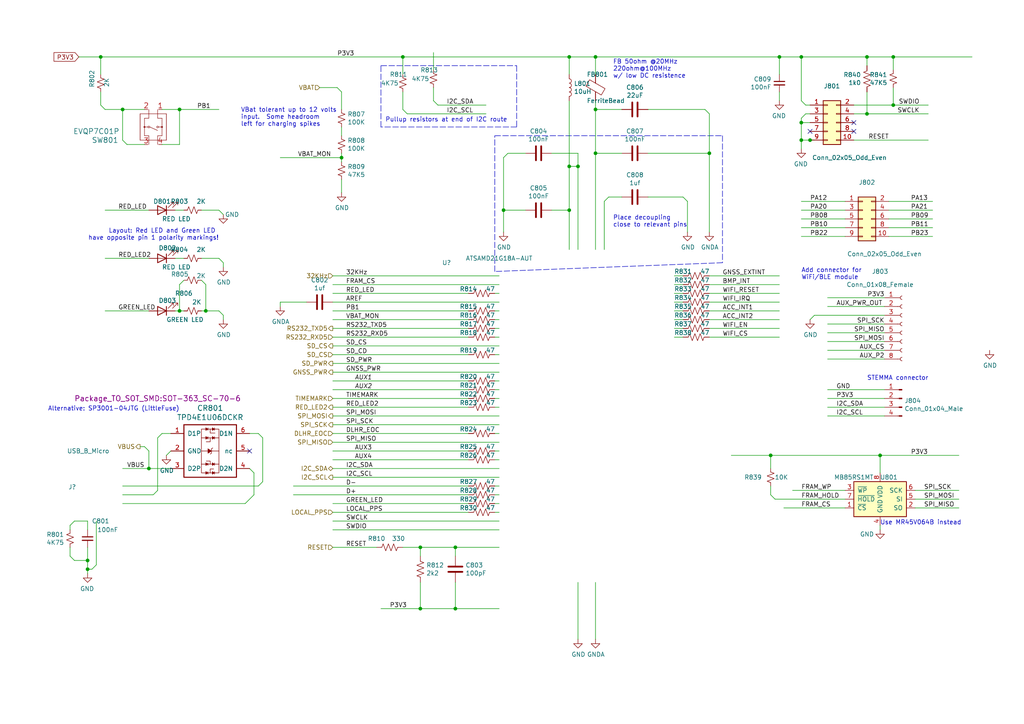
<source format=kicad_sch>
(kicad_sch (version 20211123) (generator eeschema)
  (paper "A4")
  (junction (at 165.1 16.51))
  (junction (at 172.72 44.45))
  (junction (at 226.06 16.51))
  (junction (at 52.07 90.17))
  (junction (at 121.92 158.75))
  (junction (at 255.27 132.08))
  (junction (at 259.08 16.51))
  (junction (at 232.41 40.64))
  (junction (at 132.08 158.75))
  (junction (at 99.06 45.72))
  (junction (at 25.4 162.56))
  (junction (at 172.72 16.51))
  (junction (at 167.64 48.26))
  (junction (at 59.69 90.17))
  (junction (at 52.07 31.75))
  (junction (at 165.1 60.96))
  (junction (at 232.41 16.51))
  (junction (at 43.18 135.89))
  (junction (at 146.05 60.96))
  (junction (at 132.08 176.53))
  (junction (at 251.46 33.02))
  (junction (at 205.74 44.45))
  (junction (at 35.56 31.75))
  (junction (at 232.41 35.56))
  (junction (at 116.84 16.51))
  (junction (at 251.46 16.51))
  (junction (at 121.92 176.53))
  (junction (at 25.4 165.1))
  (junction (at 172.72 31.75))
  (junction (at 29.21 16.51))
  (junction (at 165.1 48.26))
  (junction (at 259.08 30.48))
  (junction (at 223.52 132.08))
  (junction (at 234.95 40.64))
  (no_connect (at 72.39 130.81))
  (no_connect (at 247.65 38.1))
  (no_connect (at 234.95 38.1))
  (no_connect (at 247.65 35.56))
  (wire (pts (xy 30.48 90.17) (xy 43.18 90.17)))
  (wire (pts (xy 251.46 33.02) (xy 247.65 33.02)))
  (wire (pts (xy 247.65 40.64) (xy 269.24 40.64)))
  (wire (pts (xy 96.52 153.67) (xy 144.78 153.67)))
  (wire (pts (xy 58.42 90.17) (xy 59.69 90.17)))
  (wire (pts (xy 121.92 161.29) (xy 121.92 158.75)))
  (wire (pts (xy 233.68 33.02) (xy 232.41 34.29)))
  (wire (pts (xy 118.11 33.02) (xy 140.97 33.02)))
  (wire (pts (xy 52.07 41.91) (xy 46.99 41.91)))
  (wire (pts (xy 257.81 66.04) (xy 270.51 66.04)))
  (wire (pts (xy 257.81 68.58) (xy 270.51 68.58)))
  (wire (pts (xy 172.72 31.75) (xy 180.34 31.75)))
  (wire (pts (xy 251.46 16.51) (xy 259.08 16.51)))
  (wire (pts (xy 175.26 72.39) (xy 175.26 58.42)))
  (wire (pts (xy 205.74 80.01) (xy 226.06 80.01)))
  (wire (pts (xy 234.95 33.02) (xy 233.68 33.02)))
  (wire (pts (xy 144.78 85.09) (xy 143.51 85.09)))
  (wire (pts (xy 73.66 137.16) (xy 73.66 143.51)))
  (wire (pts (xy 96.52 146.05) (xy 135.89 146.05)))
  (wire (pts (xy 245.11 60.96) (xy 232.41 60.96)))
  (wire (pts (xy 232.41 40.64) (xy 232.41 43.18)))
  (wire (pts (xy 81.28 87.63) (xy 81.28 88.9)))
  (wire (pts (xy 43.18 135.89) (xy 35.56 135.89)))
  (wire (pts (xy 227.33 147.32) (xy 245.11 147.32)))
  (wire (pts (xy 176.53 57.15) (xy 180.34 57.15)))
  (wire (pts (xy 52.07 90.17) (xy 52.07 82.55)))
  (wire (pts (xy 26.67 165.1) (xy 25.4 165.1)))
  (wire (pts (xy 135.89 92.71) (xy 96.52 92.71)))
  (wire (pts (xy 41.91 31.75) (xy 35.56 31.75)))
  (wire (pts (xy 52.07 82.55) (xy 53.34 81.28)))
  (wire (pts (xy 135.89 118.11) (xy 96.52 118.11)))
  (wire (pts (xy 257.81 58.42) (xy 270.51 58.42)))
  (polyline (pts (xy 143.51 78.74) (xy 143.51 39.37)))
  (wire (pts (xy 143.51 143.51) (xy 144.78 143.51)))
  (wire (pts (xy 205.74 97.79) (xy 226.06 97.79)))
  (wire (pts (xy 144.78 80.01) (xy 96.52 80.01)))
  (wire (pts (xy 144.78 105.41) (xy 96.52 105.41)))
  (wire (pts (xy 52.07 90.17) (xy 53.34 90.17)))
  (wire (pts (xy 245.11 142.24) (xy 229.87 142.24)))
  (wire (pts (xy 40.64 129.54) (xy 41.91 129.54)))
  (wire (pts (xy 132.08 161.29) (xy 132.08 158.75)))
  (wire (pts (xy 135.89 110.49) (xy 96.52 110.49)))
  (wire (pts (xy 135.89 85.09) (xy 96.52 85.09)))
  (wire (pts (xy 45.72 142.24) (xy 45.72 127)))
  (wire (pts (xy 116.84 31.75) (xy 118.11 33.02)))
  (wire (pts (xy 265.43 144.78) (xy 278.13 144.78)))
  (wire (pts (xy 232.41 29.21) (xy 232.41 16.51)))
  (wire (pts (xy 199.39 58.42) (xy 199.39 67.31)))
  (wire (pts (xy 25.4 151.13) (xy 25.4 153.67)))
  (wire (pts (xy 44.45 143.51) (xy 45.72 142.24)))
  (wire (pts (xy 255.27 132.08) (xy 278.13 132.08)))
  (wire (pts (xy 52.07 41.91) (xy 52.07 31.75)))
  (wire (pts (xy 125.73 29.21) (xy 127 30.48)))
  (wire (pts (xy 116.84 26.67) (xy 116.84 31.75)))
  (wire (pts (xy 121.92 158.75) (xy 116.84 158.75)))
  (wire (pts (xy 144.78 158.75) (xy 132.08 158.75)))
  (wire (pts (xy 20.32 158.75) (xy 20.32 161.29)))
  (wire (pts (xy 195.58 80.01) (xy 198.12 80.01)))
  (wire (pts (xy 110.49 176.53) (xy 121.92 176.53)))
  (wire (pts (xy 29.21 21.59) (xy 29.21 16.51)))
  (wire (pts (xy 256.54 118.11) (xy 240.03 118.11)))
  (wire (pts (xy 146.05 67.31) (xy 146.05 60.96)))
  (wire (pts (xy 265.43 142.24) (xy 278.13 142.24)))
  (wire (pts (xy 135.89 97.79) (xy 96.52 97.79)))
  (wire (pts (xy 160.02 44.45) (xy 167.64 44.45)))
  (wire (pts (xy 45.72 127) (xy 46.99 125.73)))
  (wire (pts (xy 46.99 125.73) (xy 49.53 125.73)))
  (wire (pts (xy 96.52 102.87) (xy 135.89 102.87)))
  (polyline (pts (xy 209.55 76.2) (xy 143.51 78.74)))
  (wire (pts (xy 144.78 140.97) (xy 143.51 140.97)))
  (wire (pts (xy 146.05 45.72) (xy 147.32 44.45)))
  (wire (pts (xy 99.06 36.83) (xy 99.06 39.37)))
  (wire (pts (xy 240.03 96.52) (xy 256.54 96.52)))
  (wire (pts (xy 96.52 151.13) (xy 144.78 151.13)))
  (wire (pts (xy 240.03 86.36) (xy 256.54 86.36)))
  (wire (pts (xy 144.78 148.59) (xy 143.51 148.59)))
  (wire (pts (xy 116.84 21.59) (xy 116.84 16.51)))
  (wire (pts (xy 135.89 115.57) (xy 96.52 115.57)))
  (wire (pts (xy 165.1 16.51) (xy 172.72 16.51)))
  (wire (pts (xy 43.18 130.81) (xy 43.18 135.89)))
  (wire (pts (xy 25.4 158.75) (xy 25.4 162.56)))
  (wire (pts (xy 50.8 74.93) (xy 53.34 74.93)))
  (wire (pts (xy 223.52 135.89) (xy 223.52 132.08)))
  (wire (pts (xy 144.78 130.81) (xy 143.51 130.81)))
  (wire (pts (xy 99.06 26.67) (xy 99.06 31.75)))
  (wire (pts (xy 172.72 44.45) (xy 180.34 44.45)))
  (wire (pts (xy 135.89 90.17) (xy 96.52 90.17)))
  (wire (pts (xy 256.54 115.57) (xy 240.03 115.57)))
  (wire (pts (xy 146.05 60.96) (xy 152.4 60.96)))
  (wire (pts (xy 198.12 57.15) (xy 199.39 58.42)))
  (wire (pts (xy 27.94 163.83) (xy 26.67 165.1)))
  (wire (pts (xy 195.58 82.55) (xy 198.12 82.55)))
  (wire (pts (xy 205.74 33.02) (xy 205.74 44.45)))
  (wire (pts (xy 144.78 90.17) (xy 143.51 90.17)))
  (wire (pts (xy 135.89 148.59) (xy 96.52 148.59)))
  (wire (pts (xy 27.94 151.13) (xy 27.94 163.83)))
  (wire (pts (xy 224.79 144.78) (xy 223.52 143.51)))
  (wire (pts (xy 232.41 16.51) (xy 251.46 16.51)))
  (wire (pts (xy 167.64 72.39) (xy 167.64 48.26)))
  (wire (pts (xy 165.1 60.96) (xy 165.1 48.26)))
  (wire (pts (xy 59.69 90.17) (xy 59.69 82.55)))
  (wire (pts (xy 58.42 60.96) (xy 63.5 60.96)))
  (wire (pts (xy 240.03 93.98) (xy 256.54 93.98)))
  (wire (pts (xy 63.5 90.17) (xy 59.69 90.17)))
  (wire (pts (xy 175.26 58.42) (xy 176.53 57.15)))
  (wire (pts (xy 121.92 176.53) (xy 132.08 176.53)))
  (wire (pts (xy 265.43 147.32) (xy 278.13 147.32)))
  (wire (pts (xy 205.74 44.45) (xy 205.74 67.31)))
  (wire (pts (xy 245.11 63.5) (xy 232.41 63.5)))
  (wire (pts (xy 63.5 74.93) (xy 58.42 74.93)))
  (wire (pts (xy 135.89 130.81) (xy 96.52 130.81)))
  (wire (pts (xy 71.12 146.05) (xy 73.66 143.51)))
  (wire (pts (xy 22.86 16.51) (xy 29.21 16.51)))
  (wire (pts (xy 144.78 107.95) (xy 96.52 107.95)))
  (wire (pts (xy 43.18 74.93) (xy 30.48 74.93)))
  (wire (pts (xy 226.06 21.59) (xy 226.06 16.51)))
  (wire (pts (xy 96.52 87.63) (xy 144.78 87.63)))
  (wire (pts (xy 21.59 162.56) (xy 25.4 162.56)))
  (wire (pts (xy 255.27 152.4) (xy 255.27 153.67)))
  (wire (pts (xy 195.58 92.71) (xy 198.12 92.71)))
  (wire (pts (xy 165.1 48.26) (xy 165.1 29.21)))
  (wire (pts (xy 97.79 25.4) (xy 99.06 26.67)))
  (wire (pts (xy 135.89 125.73) (xy 96.52 125.73)))
  (wire (pts (xy 165.1 72.39) (xy 165.1 60.96)))
  (wire (pts (xy 245.11 66.04) (xy 232.41 66.04)))
  (wire (pts (xy 251.46 26.67) (xy 251.46 33.02)))
  (wire (pts (xy 224.79 144.78) (xy 245.11 144.78)))
  (polyline (pts (xy 110.49 36.83) (xy 110.49 19.05)))
  (wire (pts (xy 187.96 31.75) (xy 204.47 31.75)))
  (wire (pts (xy 234.95 40.64) (xy 232.41 40.64)))
  (wire (pts (xy 172.72 168.91) (xy 172.72 185.42)))
  (wire (pts (xy 25.4 165.1) (xy 25.4 166.37)))
  (wire (pts (xy 72.39 135.89) (xy 73.66 137.16)))
  (wire (pts (xy 245.11 68.58) (xy 232.41 68.58)))
  (wire (pts (xy 125.73 25.4) (xy 125.73 29.21)))
  (wire (pts (xy 116.84 16.51) (xy 165.1 16.51)))
  (wire (pts (xy 74.93 140.97) (xy 76.2 139.7)))
  (wire (pts (xy 144.78 120.65) (xy 96.52 120.65)))
  (wire (pts (xy 74.93 125.73) (xy 72.39 125.73)))
  (wire (pts (xy 234.95 30.48) (xy 233.68 30.48)))
  (wire (pts (xy 81.28 87.63) (xy 88.9 87.63)))
  (wire (pts (xy 132.08 176.53) (xy 132.08 168.91)))
  (wire (pts (xy 20.32 161.29) (xy 21.59 162.56)))
  (wire (pts (xy 30.48 31.75) (xy 35.56 31.75)))
  (wire (pts (xy 223.52 143.51) (xy 223.52 140.97)))
  (wire (pts (xy 144.78 128.27) (xy 96.52 128.27)))
  (polyline (pts (xy 209.55 39.37) (xy 209.55 76.2)))
  (wire (pts (xy 135.89 113.03) (xy 96.52 113.03)))
  (wire (pts (xy 245.11 58.42) (xy 232.41 58.42)))
  (wire (pts (xy 240.03 104.14) (xy 256.54 104.14)))
  (wire (pts (xy 240.03 88.9) (xy 256.54 88.9)))
  (wire (pts (xy 121.92 168.91) (xy 121.92 176.53)))
  (wire (pts (xy 259.08 30.48) (xy 247.65 30.48)))
  (wire (pts (xy 20.32 152.4) (xy 21.59 151.13)))
  (wire (pts (xy 92.71 25.4) (xy 97.79 25.4)))
  (polyline (pts (xy 110.49 19.05) (xy 149.86 19.05)))
  (wire (pts (xy 256.54 120.65) (xy 240.03 120.65)))
  (wire (pts (xy 257.81 63.5) (xy 270.51 63.5)))
  (wire (pts (xy 160.02 60.96) (xy 165.1 60.96)))
  (wire (pts (xy 165.1 21.59) (xy 165.1 16.51)))
  (wire (pts (xy 64.77 76.2) (xy 64.77 77.47)))
  (wire (pts (xy 63.5 90.17) (xy 64.77 91.44)))
  (wire (pts (xy 35.56 143.51) (xy 44.45 143.51)))
  (wire (pts (xy 125.73 20.32) (xy 125.73 15.24)))
  (wire (pts (xy 226.06 16.51) (xy 232.41 16.51)))
  (wire (pts (xy 269.24 33.02) (xy 251.46 33.02)))
  (wire (pts (xy 144.78 100.33) (xy 96.52 100.33)))
  (wire (pts (xy 205.74 95.25) (xy 226.06 95.25)))
  (wire (pts (xy 85.09 140.97) (xy 135.89 140.97)))
  (wire (pts (xy 195.58 90.17) (xy 198.12 90.17)))
  (wire (pts (xy 99.06 44.45) (xy 99.06 45.72)))
  (wire (pts (xy 25.4 162.56) (xy 25.4 165.1)))
  (wire (pts (xy 35.56 40.64) (xy 35.56 31.75)))
  (wire (pts (xy 147.32 44.45) (xy 152.4 44.45)))
  (wire (pts (xy 195.58 95.25) (xy 198.12 95.25)))
  (wire (pts (xy 172.72 16.51) (xy 226.06 16.51)))
  (wire (pts (xy 172.72 72.39) (xy 172.72 44.45)))
  (wire (pts (xy 223.52 132.08) (xy 255.27 132.08)))
  (wire (pts (xy 195.58 85.09) (xy 198.12 85.09)))
  (wire (pts (xy 29.21 16.51) (xy 116.84 16.51)))
  (wire (pts (xy 41.91 129.54) (xy 43.18 130.81)))
  (wire (pts (xy 144.78 95.25) (xy 143.51 95.25)))
  (wire (pts (xy 240.03 101.6) (xy 256.54 101.6)))
  (wire (pts (xy 259.08 25.4) (xy 259.08 30.48)))
  (wire (pts (xy 205.74 85.09) (xy 226.06 85.09)))
  (wire (pts (xy 172.72 31.75) (xy 172.72 29.21)))
  (wire (pts (xy 35.56 140.97) (xy 74.93 140.97)))
  (wire (pts (xy 259.08 16.51) (xy 281.94 16.51)))
  (wire (pts (xy 205.74 87.63) (xy 226.06 87.63)))
  (polyline (pts (xy 149.86 36.83) (xy 110.49 36.83)))
  (wire (pts (xy 144.78 92.71) (xy 143.51 92.71)))
  (wire (pts (xy 256.54 113.03) (xy 240.03 113.03)))
  (wire (pts (xy 205.74 90.17) (xy 226.06 90.17)))
  (wire (pts (xy 236.22 40.64) (xy 234.95 40.64)))
  (wire (pts (xy 167.64 168.91) (xy 167.64 185.42)))
  (wire (pts (xy 144.78 133.35) (xy 143.51 133.35)))
  (wire (pts (xy 144.78 113.03) (xy 143.51 113.03)))
  (wire (pts (xy 50.8 90.17) (xy 52.07 90.17)))
  (wire (pts (xy 143.51 102.87) (xy 144.78 102.87)))
  (wire (pts (xy 41.91 41.91) (xy 36.83 41.91)))
  (wire (pts (xy 48.26 132.08) (xy 49.53 130.81)))
  (wire (pts (xy 109.22 158.75) (xy 96.52 158.75)))
  (wire (pts (xy 35.56 146.05) (xy 71.12 146.05)))
  (wire (pts (xy 50.8 60.96) (xy 53.34 60.96)))
  (wire (pts (xy 135.89 95.25) (xy 96.52 95.25)))
  (wire (pts (xy 144.78 110.49) (xy 143.51 110.49)))
  (wire (pts (xy 99.06 55.88) (xy 99.06 52.07)))
  (wire (pts (xy 240.03 99.06) (xy 256.54 99.06)))
  (wire (pts (xy 255.27 137.16) (xy 255.27 132.08)))
  (wire (pts (xy 195.58 97.79) (xy 198.12 97.79)))
  (wire (pts (xy 236.22 91.44) (xy 234.95 92.71)))
  (wire (pts (xy 21.59 151.13) (xy 25.4 151.13)))
  (wire (pts (xy 172.72 44.45) (xy 172.72 31.75)))
  (polyline (pts (xy 143.51 39.37) (xy 209.55 39.37)))
  (wire (pts (xy 76.2 139.7) (xy 76.2 127)))
  (wire (pts (xy 43.18 60.96) (xy 30.48 60.96)))
  (wire (pts (xy 132.08 176.53) (xy 144.78 176.53)))
  (wire (pts (xy 167.64 48.26) (xy 167.64 44.45)))
  (wire (pts (xy 234.95 35.56) (xy 232.41 35.56)))
  (wire (pts (xy 144.78 115.57) (xy 143.51 115.57)))
  (wire (pts (xy 205.74 82.55) (xy 226.06 82.55)))
  (wire (pts (xy 204.47 31.75) (xy 205.74 33.02)))
  (wire (pts (xy 63.5 60.96) (xy 64.77 62.23)))
  (wire (pts (xy 64.77 91.44) (xy 64.77 92.71)))
  (wire (pts (xy 135.89 133.35) (xy 96.52 133.35)))
  (wire (pts (xy 43.18 135.89) (xy 49.53 135.89)))
  (wire (pts (xy 29.21 30.48) (xy 30.48 31.75)))
  (wire (pts (xy 146.05 60.96) (xy 146.05 45.72)))
  (wire (pts (xy 144.78 138.43) (xy 96.52 138.43)))
  (wire (pts (xy 63.5 74.93) (xy 64.77 76.2)))
  (wire (pts (xy 232.41 34.29) (xy 232.41 35.56)))
  (wire (pts (xy 85.09 143.51) (xy 135.89 143.51)))
  (wire (pts (xy 257.81 60.96) (xy 270.51 60.96)))
  (wire (pts (xy 36.83 41.91) (xy 35.56 40.64)))
  (wire (pts (xy 29.21 26.67) (xy 29.21 30.48)))
  (wire (pts (xy 223.52 132.08) (xy 212.09 132.08)))
  (wire (pts (xy 52.07 31.75) (xy 63.5 31.75)))
  (wire (pts (xy 233.68 30.48) (xy 232.41 29.21)))
  (wire (pts (xy 52.07 31.75) (xy 46.99 31.75)))
  (wire (pts (xy 144.78 123.19) (xy 96.52 123.19)))
  (wire (pts (xy 127 30.48) (xy 140.97 30.48)))
  (wire (pts (xy 226.06 29.21) (xy 226.06 26.67)))
  (wire (pts (xy 132.08 158.75) (xy 121.92 158.75)))
  (wire (pts (xy 20.32 153.67) (xy 20.32 152.4)))
  (wire (pts (xy 76.2 127) (xy 74.93 125.73)))
  (wire (pts (xy 232.41 35.56) (xy 232.41 40.64)))
  (wire (pts (xy 165.1 48.26) (xy 167.64 48.26)))
  (wire (pts (xy 187.96 44.45) (xy 205.74 44.45)))
  (wire (pts (xy 251.46 16.51) (xy 251.46 19.05)))
  (polyline (pts (xy 149.86 19.05) (xy 149.86 36.83)))
  (wire (pts (xy 144.78 82.55) (xy 96.52 82.55)))
  (wire (pts (xy 81.28 45.72) (xy 99.06 45.72)))
  (wire (pts (xy 195.58 87.63) (xy 198.12 87.63)))
  (wire (pts (xy 143.51 146.05) (xy 144.78 146.05)))
  (wire (pts (xy 144.78 135.89) (xy 96.52 135.89)))
  (wire (pts (xy 144.78 97.79) (xy 143.51 97.79)))
  (wire (pts (xy 99.06 45.72) (xy 99.06 46.99)))
  (wire (pts (xy 205.74 92.71) (xy 226.06 92.71)))
  (wire (pts (xy 144.78 118.11) (xy 143.51 118.11)))
  (wire (pts (xy 259.08 20.32) (xy 259.08 16.51)))
  (wire (pts (xy 236.22 91.44) (xy 256.54 91.44)))
  (wire (pts (xy 59.69 82.55) (xy 58.42 81.28)))
  (wire (pts (xy 144.78 125.73) (xy 143.51 125.73)))
  (wire (pts (xy 187.96 57.15) (xy 198.12 57.15)))
  (wire (pts (xy 269.24 30.48) (xy 259.08 30.48)))
  (wire (pts (xy 172.72 21.59) (xy 172.72 16.51)))
  (text "Use MR45V064B instead" (at 255.27 152.4 0) (effects (font (size 1.27 1.27)) (justify left bottom)))
  (text "Layout: Red LED and Green LED \nhave opposite pin 1 polarity markings!" (at 63.5 69.85 0) (effects (font (size 1.27 1.27)) (justify right bottom)))
  (text "Alternative: SP3001-04JTG (LittleFuse)" (at 52.07 119.38 180) (effects (font (size 1.27 1.27)) (justify right bottom)))
  (text "Pullup resistors at end of I2C route\n" (at 111.76 35.56 0) (effects (font (size 1.27 1.27)) (justify left bottom)))
  (text "FB 50ohm @20MHz \n220ohm@100MHz \nw/ low DC resistence" (at 177.8 22.86 0) (effects (font (size 1.27 1.27)) (justify left bottom)))
  (text "Add connector for \nWiFi/BLE module" (at 232.41 81.28 0) (effects (font (size 1.27 1.27)) (justify left bottom)))
  (text "STEMMA connector\n" (at 251.46 110.49 0) (effects (font (size 1.27 1.27)) (justify left bottom)))
  (text "VBat tolerant up to 12 volts\ninput.  Some headroom \nleft for charging spikes" (at 69.85 36.83 0) (effects (font (size 1.27 1.27)) (justify left bottom)))
  (text "Place decoupling \nclose to relevant pins" (at 177.8 66.04 0) (effects (font (size 1.27 1.27)) (justify left bottom)))
  (label "I2C_SCL" (at 129.54 33.02 0))
  (label "FRAM_HOLD" (at 232.41 144.78 0))
  (label "SPI_SCK" (at 100.33 123.19 0))
  (label "PB23" (at 264.16 68.58 0))
  (label "AUX_P2" (at 256.54 104.14 180))
  (label "RED_LED" (at 100.33 85.09 0))
  (label "D+" (at 100.33 143.51 0))
  (label "SPI_SCK" (at 267.97 142.24 0))
  (label "SWDIO" (at 266.7 30.48 180))
  (label "P3V3" (at 256.54 86.36 180))
  (label "GNSS_EXTINT" (at 209.55 80.01 0))
  (label "WIFI_EN" (at 209.55 95.25 0))
  (label "AUX_PWR_OUT" (at 242.57 88.9 0))
  (label "I2C_SDA" (at 242.57 118.11 0))
  (label "ACC_INT2" (at 209.55 92.71 0))
  (label "SD_CS" (at 100.33 100.33 0))
  (label "SPI_MISO" (at 267.97 147.32 0))
  (label "SPI_MISO" (at 256.54 96.52 180))
  (label "SWCLK" (at 266.7 33.02 180))
  (label "PB10" (at 234.95 66.04 0))
  (label "I2C_SDA" (at 129.54 30.48 0))
  (label "PB11" (at 264.16 66.04 0))
  (label "ACC_INT1" (at 209.55 90.17 0))
  (label "GNSS_PWR" (at 100.33 107.95 0))
  (label "AUX1" (at 102.87 110.49 0) (effects (font italic)))
  (label "D-" (at 100.33 140.97 0))
  (label "PB09" (at 264.16 63.5 0))
  (label "PA13" (at 264.16 58.42 0))
  (label "RED_LED2" (at 100.33 118.11 0))
  (label "FRAM_CS" (at 100.33 82.55 0))
  (label "RED_LED2" (at 34.29 74.93 0))
  (label "DLHR_EOC" (at 100.33 125.73 0))
  (label "VBUS" (at 41.91 135.89 180))
  (label "PB1" (at 57.15 31.75 0))
  (label "WIFI_IRQ" (at 209.55 87.63 0))
  (label "RESET" (at 100.33 158.75 0))
  (label "FRAM_WP" (at 232.41 142.24 0))
  (label "AREF" (at 100.33 87.63 0))
  (label "P3V3" (at 264.16 132.08 0))
  (label "FRAM_CS" (at 232.41 147.32 0))
  (label "GREEN_LED" (at 34.29 90.17 0))
  (label "PA20" (at 234.95 60.96 0))
  (label "PB08" (at 234.95 63.5 0))
  (label "P3V3" (at 97.79 16.51 0))
  (label "SD_CD" (at 100.33 102.87 0))
  (label "WIFI_RESET" (at 209.55 85.09 0))
  (label "SPI_SCK" (at 256.54 93.98 180))
  (label "AUX4" (at 102.87 133.35 0))
  (label "AUX_CS" (at 256.54 101.6 180))
  (label "P3V3" (at 113.03 176.53 0))
  (label "VBAT_MON" (at 86.36 45.72 0))
  (label "RED_LED" (at 34.29 60.96 0))
  (label "GND" (at 242.57 113.03 0))
  (label "TIMEMARK" (at 100.33 115.57 0))
  (label "PA12" (at 234.95 58.42 0))
  (label "SWDIO" (at 100.33 153.67 0))
  (label "VBAT_MON" (at 100.33 92.71 0))
  (label "SPI_MISO" (at 100.33 128.27 0))
  (label "SWCLK" (at 100.33 151.13 0))
  (label "I2C_SCL" (at 242.57 120.65 0))
  (label "I2C_SDA" (at 100.33 135.89 0))
  (label "GREEN_LED" (at 100.33 146.05 0))
  (label "BMP_INT" (at 209.55 82.55 0))
  (label "SPI_MOSI" (at 267.97 144.78 0))
  (label "SPI_MOSI" (at 100.33 120.65 0))
  (label "P3V3" (at 242.57 115.57 0))
  (label "SD_PWR" (at 100.33 105.41 0))
  (label "SPI_MOSI" (at 256.54 99.06 180))
  (label "RESET" (at 257.81 40.64 180))
  (label "WIFI_CS" (at 209.55 97.79 0))
  (label "RS232_TXD5" (at 100.33 95.25 0))
  (label "PB1" (at 100.33 90.17 0))
  (label "PA21" (at 264.16 60.96 0))
  (label "PB22" (at 234.95 68.58 0))
  (label "RS232_RXD5" (at 100.33 97.79 0))
  (label "32KHz" (at 100.33 80.01 0))
  (label "LOCAL_PPS" (at 100.33 148.59 0))
  (label "AUX3" (at 102.87 130.81 0))
  (label "I2C_SCL" (at 100.33 138.43 0))
  (label "AUX2" (at 102.87 113.03 0) (effects (font italic)))
  (global_label "P3V3" (shape input) (at 22.86 16.51 180) (property "Intersheet References" "${INTERSHEET_REFS}" (effects hide)))
  (hierarchical_label "DLHR_EOC" (shape input) (at 96.52 125.73 180))
  (hierarchical_label "GNSS_PWR" (shape output) (at 96.52 107.95 180))
  (hierarchical_label "SPI_MOSI" (shape output) (at 96.52 120.65 180))
  (hierarchical_label "SD_PWR" (shape output) (at 96.52 105.41 180))
  (hierarchical_label "SPI_SCK" (shape output) (at 96.52 123.19 180))
  (hierarchical_label "RESET" (shape input) (at 96.52 158.75 180))
  (hierarchical_label "VBAT" (shape input) (at 92.71 25.4 180))
  (hierarchical_label "LOCAL_PPS" (shape input) (at 96.52 148.59 180))
  (hierarchical_label "RS232_TXD5" (shape output) (at 96.52 95.25 180))
  (hierarchical_label "32KHz" (shape input) (at 96.52 80.01 180))
  (hierarchical_label "VBUS" (shape output) (at 40.64 129.54 180))
  (hierarchical_label "RS232_RXD5" (shape input) (at 96.52 97.79 180))
  (hierarchical_label "SD_CS" (shape input) (at 96.52 102.87 180))
  (hierarchical_label "TIMEMARK" (shape input) (at 96.52 115.57 180))
  (hierarchical_label "SD_CS" (shape output) (at 96.52 100.33 180))
  (hierarchical_label "SPI_MISO" (shape input) (at 96.52 128.27 180))
  (hierarchical_label "RED_LED2" (shape output) (at 96.52 118.11 180))
  (hierarchical_label "I2C_SDA" (shape bidirectional) (at 96.52 135.89 180))
  (hierarchical_label "I2C_SCL" (shape output) (at 96.52 138.43 180))
  (symbol (lib_id "SapphineMinimal-rescue:ATSAMD21G18A-AUT-MCU_Microchip_SAMD") (at 170.18 120.65 0) (unit 1)
    (property "Reference" "U?" (at 129.54 76.2 0))
    (property "Value" "ATSAMD21G18A-AUT" (at 144.78 74.93 0))
    (property "Footprint" "Package_QFP:TQFP-48_7x7mm_P0.5mm" (effects hide))
    (property "Datasheet" "http://ww1.microchip.com/downloads/en/DeviceDoc/SAM_D21_DA1_Family_Data%20Sheet_DS40001882E.pdf" (effects hide))
  )
  (symbol (lib_id "power:GND") (at 167.64 185.42 0) (unit 1)
    (property "Reference" "#PWR0809" (effects hide))
    (property "Value" "GND" (at 167.767 189.8142 0))
  )
  (symbol (lib_id "Device:C") (at 184.15 57.15 270) (unit 1)
    (property "Reference" "C808" (at 184.15 50.7492 90))
    (property "Value" "1uf" (at 184.15 53.0606 90))
    (property "Footprint" "Capacitor_SMD:C_0603_1608Metric" (effects hide))
  )
  (symbol (lib_id "power:GND") (at 199.39 67.31 0) (unit 1)
    (property "Reference" "#PWR0811" (effects hide))
    (property "Value" "GND" (at 199.517 71.7042 0))
  )
  (symbol (lib_id "Device:C") (at 184.15 44.45 270) (unit 1)
    (property "Reference" "C807" (at 184.15 38.0492 90))
    (property "Value" "100nF" (at 184.15 40.3606 90))
    (property "Footprint" "Capacitor_SMD:C_0603_1608Metric" (effects hide))
  )
  (symbol (lib_id "Device:C") (at 184.15 31.75 270) (unit 1)
    (property "Reference" "C806" (at 184.15 25.3492 90))
    (property "Value" "22uF" (at 184.15 27.6606 90))
    (property "Footprint" "Capacitor_SMD:C_0603_1608Metric" (effects hide))
  )
  (symbol (lib_id "power:GNDA") (at 205.74 67.31 0) (unit 1)
    (property "Reference" "#PWR0812" (effects hide))
    (property "Value" "GNDA" (at 205.867 71.7042 0))
  )
  (symbol (lib_id "power:GNDA") (at 172.72 185.42 0) (unit 1)
    (property "Reference" "#PWR0810" (effects hide))
    (property "Value" "GNDA" (at 172.847 189.8142 0))
  )
  (symbol (lib_id "Device:C") (at 156.21 44.45 270) (unit 1)
    (property "Reference" "C804" (at 156.21 38.0492 90))
    (property "Value" "100nF" (at 156.21 40.3606 90))
    (property "Footprint" "Capacitor_SMD:C_0603_1608Metric" (effects hide))
  )
  (symbol (lib_id "Device:C") (at 156.21 60.96 270) (unit 1)
    (property "Reference" "C805" (at 156.21 54.5592 90))
    (property "Value" "100nF" (at 156.21 56.8706 90))
    (property "Footprint" "Capacitor_SMD:C_0603_1608Metric" (effects hide))
  )
  (symbol (lib_id "power:GND") (at 146.05 67.31 0) (unit 1)
    (property "Reference" "#PWR0808" (effects hide))
    (property "Value" "GND" (at 146.177 71.7042 0))
  )
  (symbol (lib_id "Device:L") (at 165.1 25.4 0) (unit 1)
    (property "Reference" "L801" (at 166.4462 24.2316 0) (effects (justify left)))
    (property "Value" "10uH" (at 166.4462 26.543 0) (effects (justify left)))
  )
  (symbol (lib_id "Device:R_US") (at 121.92 165.1 0) (unit 1)
    (property "Reference" "R812" (at 123.6472 163.9316 0) (effects (justify left)))
    (property "Value" "2k2" (at 123.6472 166.243 0) (effects (justify left)))
    (property "Footprint" "Resistor_SMD:R_0603_1608Metric" (effects hide))
  )
  (symbol (lib_id "Device:C") (at 132.08 165.1 180) (unit 1)
    (property "Reference" "C803" (at 135.001 163.9316 0) (effects (justify right)))
    (property "Value" "100pF" (at 135.001 166.243 0) (effects (justify right)))
    (property "Footprint" "Capacitor_SMD:C_0603_1608Metric" (effects hide))
  )
  (symbol (lib_id "Device:R_US") (at 113.03 158.75 270) (unit 1)
    (property "Reference" "R810" (at 109.22 156.21 90))
    (property "Value" "330" (at 115.57 156.21 90))
    (property "Footprint" "Resistor_SMD:R_0603_1608Metric" (effects hide))
  )
  (symbol (lib_id "Device:R_US") (at 139.7 90.17 270) (unit 1)
    (property "Reference" "R815" (at 135.89 88.9 90))
    (property "Value" "47" (at 142.24 88.9 90))
    (property "Footprint" "Resistor_SMD:R_0603_1608Metric" (effects hide))
  )
  (symbol (lib_id "Device:R_US") (at 139.7 102.87 270) (unit 1)
    (property "Reference" "R819" (at 135.89 101.6 90))
    (property "Value" "47" (at 142.24 101.6 90))
    (property "Footprint" "Resistor_SMD:R_0603_1608Metric" (effects hide))
  )
  (symbol (lib_id "Device:R_US") (at 139.7 115.57 270) (unit 1)
    (property "Reference" "R822" (at 135.89 114.3 90))
    (property "Value" "47" (at 142.24 114.3 90))
    (property "Footprint" "Resistor_SMD:R_0603_1608Metric" (effects hide))
  )
  (symbol (lib_id "Device:R_US") (at 139.7 125.73 270) (unit 1)
    (property "Reference" "R824" (at 135.89 124.46 90))
    (property "Value" "47" (at 142.24 124.46 90))
    (property "Footprint" "Resistor_SMD:R_0603_1608Metric" (effects hide))
  )
  (symbol (lib_id "Device:R_US") (at 139.7 148.59 270) (unit 1)
    (property "Reference" "R830" (at 135.89 147.32 90))
    (property "Value" "47" (at 142.24 147.32 90))
    (property "Footprint" "Resistor_SMD:R_0603_1608Metric" (effects hide))
  )
  (symbol (lib_id "Device:R_US") (at 139.7 92.71 270) (unit 1)
    (property "Reference" "R816" (at 135.89 91.44 90))
    (property "Value" "47" (at 142.24 91.44 90))
    (property "Footprint" "Resistor_SMD:R_0603_1608Metric" (effects hide))
  )
  (symbol (lib_id "Device:R_US") (at 139.7 95.25 270) (unit 1)
    (property "Reference" "R817" (at 135.89 93.98 90))
    (property "Value" "47" (at 142.24 93.98 90))
    (property "Footprint" "Resistor_SMD:R_0603_1608Metric" (effects hide))
  )
  (symbol (lib_id "Device:R_US") (at 139.7 97.79 270) (unit 1)
    (property "Reference" "R818" (at 135.89 96.52 90))
    (property "Value" "47" (at 142.24 96.52 90))
    (property "Footprint" "Resistor_SMD:R_0603_1608Metric" (effects hide))
  )
  (symbol (lib_id "Device:R_US") (at 251.46 22.86 0) (mirror y) (unit 1)
    (property "Reference" "R840" (at 249.7328 21.6916 0) (effects (justify left)))
    (property "Value" "1k0" (at 249.7328 24.003 0) (effects (justify left)))
    (property "Footprint" "Resistor_SMD:R_0603_1608Metric" (effects hide))
  )
  (symbol (lib_id "Device:R_Small_US") (at 29.21 24.13 0) (unit 1)
    (property "Reference" "R802" (at 26.67 25.4 90) (effects (justify left)))
    (property "Value" "2K" (at 30.9372 25.273 90) (effects (justify left)))
    (property "Footprint" "Resistor_SMD:R_0603_1608Metric" (effects hide))
    (property "DigiKey Price" "0.05" (effects hide))
    (property "Manufacturer" "Vishay" (effects hide))
    (property "MPN" "CRCW06032K00FKEAC" (effects hide))
    (property "Tolerance" "5%" (effects hide))
    (property "Populate" "1" (effects hide))
    (property "MacroFab_PN" "MF-RES-0603-2K" (effects hide))
    (property "Digi-Key_PN" "541-3953-1-ND" (effects hide))
    (property "Distributor" "Digikey" (effects hide))
    (property "DPN" "490-10748-1-ND" (effects hide))
    (property "Description" "2 kOhms ±1% 0.1W, 1/10W Chip Resistor 0603" (effects hide))
  )
  (symbol (lib_id "EVQP7C01P:EVQP7C01P") (at 71.12 35.56 180) (unit 1)
    (property "Reference" "SW801" (at 30.48 40.64 0) (effects (font (size 1.524 1.524))))
    (property "Value" "EVQP7C01P" (at 27.94 38.1 0) (effects (font (size 1.524 1.524))))
    (property "Footprint" "EVQP7C/L_PAN" (effects hide))
    (property "Populate" "1" (effects hide))
    (property "Description" "Tactile Switch SPST-NO Side Actuated Surface Mount, Right Angle" (effects hide))
    (property "Digi-Key_PN" "P16765CT-ND" (effects hide))
    (property "MPN" "EVQ-P7C01P" (effects hide))
    (property "Distributor" "Digikey" (effects hide))
  )
  (symbol (lib_id "Device:LED") (at 46.99 60.96 180) (unit 1)
    (property "Reference" "D801" (at 44.45 58.42 0) (effects (justify right)))
    (property "Value" "RED LED" (at 46.99 63.5 0) (effects (justify right)))
    (property "Footprint" "LED_SMD:LED_0805_2012Metric" (effects hide))
    (property "DigiKey Price" "0.28" (effects hide))
    (property "MPN" "LTST-S220KRKT" (effects hide))
    (property "Manufacturer" "LITEON" (effects hide))
    (property "Populate" "1" (effects hide))
    (property "Digi-Key_PN" "160-1469-1-ND" (effects hide))
    (property "Distributor" "Digikey" (effects hide))
    (property "DPN" "160-1469-1-ND" (effects hide))
    (property "Description" "Red 631nm LED Indication - Discrete 2V 0805" (effects hide))
    (property "OnHand" "110" (effects hide))
    (property "Status" "CutTape" (effects hide))
  )
  (symbol (lib_id "power:GND") (at 64.77 62.23 0) (unit 1)
    (property "Reference" "#PWR0803" (effects hide))
    (property "Value" "GND" (at 67.31 62.23 0))
  )
  (symbol (lib_id "Device:R_Small_US") (at 55.88 60.96 90) (unit 1)
    (property "Reference" "R803" (at 54.61 58.42 90) (effects (justify left)))
    (property "Value" "2K" (at 59.69 58.42 90) (effects (justify left)))
    (property "Footprint" "Resistor_SMD:R_0603_1608Metric" (effects hide))
    (property "DigiKey Price" "0.05" (effects hide))
    (property "Manufacturer" "Vishay" (effects hide))
    (property "MPN" "CRCW06032K00FKEAC" (effects hide))
    (property "Tolerance" "5%" (effects hide))
    (property "Populate" "1" (effects hide))
    (property "MacroFab_PN" "MF-RES-0603-2K" (effects hide))
    (property "Digi-Key_PN" "541-3953-1-ND" (effects hide))
    (property "Distributor" "Digikey" (effects hide))
    (property "DPN" "490-10748-1-ND" (effects hide))
    (property "Description" "2 kOhms ±1% 0.1W, 1/10W Chip Resistor 0603" (effects hide))
  )
  (symbol (lib_id "Device:C") (at 92.71 87.63 270) (unit 1)
    (property "Reference" "C802" (at 92.71 81.2292 90))
    (property "Value" "1uf" (at 92.71 83.5406 90))
    (property "Footprint" "Capacitor_SMD:C_0603_1608Metric" (effects hide))
  )
  (symbol (lib_id "power:GNDA") (at 81.28 88.9 0) (unit 1)
    (property "Reference" "#PWR0806" (effects hide))
    (property "Value" "GNDA" (at 81.407 93.2942 0))
  )
  (symbol (lib_id "Device:R_Small_US") (at 99.06 34.29 0) (unit 1)
    (property "Reference" "R807" (at 100.7872 33.1216 0) (effects (justify left)))
    (property "Value" "100K" (at 100.7872 35.433 0) (effects (justify left)))
    (property "Footprint" "Resistor_SMD:R_0603_1608Metric" (effects hide))
    (property "DigiKey Price" "0.05" (effects hide))
    (property "Manufacturer" "Vishay" (effects hide))
    (property "MPN" "CRCW0603100KFKEAC" (effects hide))
    (property "Tolerance" "5%" (effects hide))
    (property "Populate" "1" (effects hide))
    (property "MacroFab_PN" "MF-RES-0603-100K" (effects hide))
    (property "Digi-Key_PN" "541-3950-1-ND" (effects hide))
    (property "Distributor" "Digikey" (effects hide))
    (property "DPN" "541-3950-1-ND" (effects hide))
    (property "Description" "100 kOhms ±1% 0.1W, 1/10W Chip Resistor 0603" (effects hide))
  )
  (symbol (lib_id "Device:R_Small_US") (at 99.06 41.91 0) (unit 1)
    (property "Reference" "R808" (at 100.7872 40.7416 0) (effects (justify left)))
    (property "Value" "100K" (at 100.7872 43.053 0) (effects (justify left)))
    (property "Footprint" "Resistor_SMD:R_0603_1608Metric" (effects hide))
    (property "DigiKey Price" "0.05" (effects hide))
    (property "Manufacturer" "Vishay" (effects hide))
    (property "MPN" "CRCW0603100KFKEAC" (effects hide))
    (property "Tolerance" "5%" (effects hide))
    (property "Populate" "1" (effects hide))
    (property "MacroFab_PN" "MF-RES-0603-100K" (effects hide))
    (property "Digi-Key_PN" "541-3950-1-ND" (effects hide))
    (property "Distributor" "Digikey" (effects hide))
    (property "DPN" "541-3950-1-ND" (effects hide))
    (property "Description" "100 kOhms ±1% 0.1W, 1/10W Chip Resistor 0603" (effects hide))
  )
  (symbol (lib_id "Device:R_Small_US") (at 99.06 49.53 0) (unit 1)
    (property "Reference" "R809" (at 100.7872 48.3616 0) (effects (justify left)))
    (property "Value" "47K5" (at 100.7872 50.673 0) (effects (justify left)))
    (property "Footprint" "Resistor_SMD:R_0603_1608Metric" (effects hide))
    (property "DigiKey Price" "0.10" (effects hide))
    (property "Manufacturer" "Vishay" (effects hide))
    (property "MPN" "CRCW060347K5FKEAC" (effects hide))
    (property "Tolerance" "1%" (effects hide))
    (property "Populate" "1" (effects hide))
    (property "MacroFab_PN" "CRCW060347K5FKEAC" (effects hide))
    (property "Digi-Key_PN" "541-4050-1-ND" (effects hide))
    (property "Distributor" "Digikey" (effects hide))
    (property "DPN" "541-4050-1-ND" (effects hide))
    (property "Description" "47.5 kOhms ±1% 0.1W, 1/10W Chip Resistor 0603" (effects hide))
  )
  (symbol (lib_id "power:GND") (at 99.06 55.88 0) (unit 1)
    (property "Reference" "#PWR0807" (effects hide))
    (property "Value" "GND" (at 99.187 60.2742 0))
  )
  (symbol (lib_id "Device:R_Small_US") (at 55.88 74.93 90) (unit 1)
    (property "Reference" "R804" (at 54.61 72.39 90) (effects (justify left)))
    (property "Value" "2K" (at 59.69 72.39 90) (effects (justify left)))
    (property "Footprint" "Resistor_SMD:R_0603_1608Metric" (effects hide))
    (property "DigiKey Price" "0.05" (effects hide))
    (property "Manufacturer" "Vishay" (effects hide))
    (property "MPN" "CRCW06032K00FKEAC" (effects hide))
    (property "Tolerance" "5%" (effects hide))
    (property "Populate" "1" (effects hide))
    (property "MacroFab_PN" "MF-RES-0603-2K" (effects hide))
    (property "Digi-Key_PN" "541-3953-1-ND" (effects hide))
    (property "Distributor" "Digikey" (effects hide))
    (property "DPN" "490-10748-1-ND" (effects hide))
    (property "Description" "2 kOhms ±1% 0.1W, 1/10W Chip Resistor 0603" (effects hide))
  )
  (symbol (lib_id "power:GND") (at 64.77 77.47 0) (unit 1)
    (property "Reference" "#PWR0804" (effects hide))
    (property "Value" "GND" (at 64.897 81.8642 0))
  )
  (symbol (lib_id "Device:LED") (at 46.99 74.93 180) (unit 1)
    (property "Reference" "D802" (at 45.9994 71.9328 0) (effects (justify right)))
    (property "Value" "RED LED" (at 46.99 77.47 0) (effects (justify right)))
    (property "Footprint" "LED_SMD:LED_0805_2012Metric" (effects hide))
    (property "DigiKey Price" "0.28" (effects hide))
    (property "MPN" "LTST-S220KRKT" (effects hide))
    (property "Manufacturer" "LITEON" (effects hide))
    (property "Populate" "1" (effects hide))
    (property "Digi-Key_PN" "160-1469-1-ND" (effects hide))
    (property "Distributor" "Digikey" (effects hide))
    (property "DPN" "160-1469-1-ND" (effects hide))
    (property "Description" "Red 631nm LED Indication - Discrete 2V 0805" (effects hide))
    (property "OnHand" "110" (effects hide))
    (property "Status" "CutTape" (effects hide))
  )
  (symbol (lib_id "Device:R_Small_US") (at 55.88 81.28 90) (unit 1)
    (property "Reference" "R805" (at 54.7116 79.5528 90) (effects (justify left)))
    (property "Value" "2K" (at 59.69 80.01 90) (effects (justify left)))
    (property "Footprint" "Resistor_SMD:R_0603_1608Metric" (effects hide))
    (property "DigiKey Price" "0.05" (effects hide))
    (property "Manufacturer" "Vishay" (effects hide))
    (property "MPN" "CRCW06032K00FKEAC" (effects hide))
    (property "Tolerance" "5%" (effects hide))
    (property "Populate" "1" (effects hide))
    (property "MacroFab_PN" "MF-RES-0603-2K" (effects hide))
    (property "Digi-Key_PN" "541-3953-1-ND" (effects hide))
    (property "Distributor" "Digikey" (effects hide))
    (property "DPN" "490-10748-1-ND" (effects hide))
    (property "Description" "2 kOhms ±1% 0.1W, 1/10W Chip Resistor 0603" (effects hide))
  )
  (symbol (lib_id "Device:R_Small_US") (at 55.88 90.17 90) (unit 1)
    (property "Reference" "R806" (at 55.88 85.09 90) (effects (justify left)))
    (property "Value" "2K" (at 58.42 87.63 90) (effects (justify left)))
    (property "Footprint" "Resistor_SMD:R_0603_1608Metric" (effects hide))
    (property "DigiKey Price" "0.05" (effects hide))
    (property "Manufacturer" "Vishay" (effects hide))
    (property "MPN" "CRCW06032K00FKEAC" (effects hide))
    (property "Tolerance" "5%" (effects hide))
    (property "Populate" "1" (effects hide))
    (property "MacroFab_PN" "MF-RES-0603-2K" (effects hide))
    (property "Digi-Key_PN" "541-3953-1-ND" (effects hide))
    (property "Distributor" "Digikey" (effects hide))
    (property "DPN" "490-10748-1-ND" (effects hide))
    (property "Description" "2 kOhms ±1% 0.1W, 1/10W Chip Resistor 0603" (effects hide))
  )
  (symbol (lib_id "Device:LED") (at 46.99 90.17 180) (unit 1)
    (property "Reference" "D803" (at 45.9994 87.1728 0) (effects (justify right)))
    (property "Value" "GREEN LED" (at 48.26 92.71 0) (effects (justify right)))
    (property "Footprint" "LED_SMD:LED_0805_2012Metric" (effects hide))
    (property "Datasheet" "https://media.digikey.com/pdf/Data%20Sheets/Lite-On%20PDFs/LTST-S220GKT.pdf" (effects hide))
    (property "DigiKey Price" "0.28" (effects hide))
    (property "MPN" "LTST-S220KGKT" (effects hide))
    (property "Manufacturer" "LITEON" (effects hide))
    (property "Populate" "1" (effects hide))
    (property "Digi-Key_PN" "160-1218-1-ND" (effects hide))
    (property "Distributor" "Digikey" (effects hide))
    (property "DPN" "160-1218-1-ND" (effects hide))
    (property "Description" "Green 569nm LED Indication - Discrete 2.1V 0805" (effects hide))
    (property "OnHand" "110" (effects hide))
    (property "Status" "CutTape" (effects hide))
  )
  (symbol (lib_id "power:GND") (at 64.77 92.71 0) (unit 1)
    (property "Reference" "#PWR0805" (effects hide))
    (property "Value" "GND" (at 64.897 97.1042 0))
  )
  (symbol (lib_id "Device:R_US") (at 139.7 140.97 270) (unit 1)
    (property "Reference" "R827" (at 135.89 139.7 90))
    (property "Value" "47" (at 142.24 139.7 90))
    (property "Footprint" "Resistor_SMD:R_0603_1608Metric" (effects hide))
  )
  (symbol (lib_id "Device:R_US") (at 139.7 143.51 270) (unit 1)
    (property "Reference" "R828" (at 135.89 142.24 90))
    (property "Value" "47" (at 142.24 142.24 90))
    (property "Footprint" "Resistor_SMD:R_0603_1608Metric" (effects hide))
  )
  (symbol (lib_id "sapphireMini:TPD4E1U06DCK") (at 60.96 130.81 0) (unit 1)
    (property "Reference" "CR801" (at 60.96 118.364 0) (effects (font (size 1.524 1.524))))
    (property "Value" "TPD4E1U06DCKR" (at 60.96 121.0564 0) (effects (font (size 1.524 1.524))))
    (property "Footprint" "Package_TO_SOT_SMD:SOT-363_SC-70-6" (at 45.72 115.57 0) (effects (font (size 1.524 1.524))))
    (property "MPN" "SP3001-04JTG" (effects hide))
    (property "Populate" "1" (effects hide))
    (property "MacroFab_PN" "TPD4E1U06DCKR" (effects hide))
    (property "Digi-Key_PN" "F2915CT-ND " (effects hide))
    (property "Manufacturer" "LittleFuse" (effects hide))
    (property "Distributor" "Digikey" (effects hide))
    (property "DPN" "296-39347-1-ND" (effects hide))
    (property "Description" "15V (Typ) Clamp 3A (8/20µs) Ipp Tvs Diode Surface Mount SC-70-6" (effects hide))
    (property "OnHand" "110" (effects hide))
    (property "Status" "MiniReel" (effects hide))
  )
  (symbol (lib_id "power:GND") (at 25.4 166.37 0) (mirror y) (unit 1)
    (property "Reference" "#PWR0801" (effects hide))
    (property "Value" "GND" (at 25.273 170.7642 0))
  )
  (symbol (lib_id "Device:R_Small_US") (at 20.32 156.21 0) (mirror x) (unit 1)
    (property "Reference" "R801" (at 18.5928 155.0416 0) (effects (justify right)))
    (property "Value" "4K75" (at 18.5928 157.353 0) (effects (justify right)))
    (property "Footprint" "Resistor_SMD:R_0603_1608Metric" (effects hide))
    (property "DigiKey Price" "0.05" (effects hide))
    (property "Manufacturer" "Vishay" (effects hide))
    (property "MPN" "CRCW06034K75FKEAC" (effects hide))
    (property "Tolerance" "5%" (effects hide))
    (property "Populate" "1" (effects hide))
    (property "MacroFab_PN" "MF-RES-0603-4.7K" (effects hide))
    (property "Digi-Key_PN" "541-3984-1-ND" (effects hide))
    (property "Distributor" "Digikey" (effects hide))
    (property "DPN" "541-3984-1-ND " (effects hide))
    (property "Description" "4.75 kOhms ±1% 0.1W, 1/10W Chip Resistor 0603" (effects hide))
  )
  (symbol (lib_id "Device:C_Small") (at 25.4 156.21 0) (mirror y) (unit 1)
    (property "Reference" "C801" (at 31.75 151.13 0) (effects (justify left)))
    (property "Value" "100nF" (at 34.29 153.67 0) (effects (justify left)))
    (property "Footprint" "Capacitor_SMD:C_0603_1608Metric" (effects hide))
    (property "DigiKey Price" "0.10" (effects hide))
    (property "MPN" "CL10B104KA8NNNC" (effects hide))
    (property "Manufacturer" "Samsung" (effects hide))
    (property "Tolerance" "10%" (effects hide))
    (property "Voltage" "25" (effects hide))
    (property "Voltage Rating (DC)" "25 volt" (effects hide))
    (property "Populate" "1" (effects hide))
    (property "MacroFab_PN" "MF-CAP-0603-0.1uF" (effects hide))
    (property "Digi-Key_PN" "1276-1006-1-ND " (effects hide))
    (property "Distributor" "Digikey" (effects hide))
    (property "DPN" "1276-1006-1-ND " (effects hide))
    (property "Description" "0.1 µF ±10% 25V Ceramic Capacitor X7R 0603 (1608 Metric)" (effects hide))
  )
  (symbol (lib_id "SapphineMinimal-rescue:USB_B_Micro-Connector") (at 27.94 140.97 0) (unit 1)
    (property "Reference" "J?" (at 22.098 141.2494 0) (effects (justify right)))
    (property "Value" "USB_B_Micro" (at 31.75 130.81 0) (effects (justify right)))
    (property "Footprint" "digikey-footprints:USB_Micro_B_Female_10118193-0001LF" (effects hide))
    (property "DigiKey Price" "0.40" (effects hide))
    (property "MPN" "10118193-0001LF" (effects hide))
    (property "Manufacturer" "Amphenol ** check footprint" (effects hide))
    (property "Populate" "1" (effects hide))
    (property "MacroFab_PN" "MF-CON-MICROUSB-RIGHT" (effects hide))
    (property "Digi-Key_PN" "609-4616-1-ND" (effects hide))
    (property "Distributor" "Digikey" (effects hide))
    (property "DPN" "609-4616-1-ND" (effects hide))
    (property "Description" "USB - micro B USB 2.0 Receptacle Connector 5 Position Surface Mount, Right Angle; Through Hole" (effects hide))
  )
  (symbol (lib_id "power:GND") (at 48.26 132.08 0) (unit 1)
    (property "Reference" "#PWR0802" (effects hide))
    (property "Value" "GND" (at 48.387 136.4742 0))
  )
  (symbol (lib_id "power:GND") (at 226.06 29.21 0) (mirror y) (unit 1)
    (property "Reference" "#PWR0813" (effects hide))
    (property "Value" "GND" (at 225.933 33.6042 0))
  )
  (symbol (lib_id "Device:C_Small") (at 226.06 24.13 0) (mirror y) (unit 1)
    (property "Reference" "C809" (at 223.7232 22.9616 0) (effects (justify left)))
    (property "Value" "100nF" (at 223.7232 25.273 0) (effects (justify left)))
    (property "Footprint" "Capacitor_SMD:C_0603_1608Metric" (effects hide))
    (property "DigiKey Price" "0.10" (effects hide))
    (property "MPN" "CL10B104KA8NNNC" (effects hide))
    (property "Manufacturer" "Samsung" (effects hide))
    (property "Tolerance" "10%" (effects hide))
    (property "Voltage" "25" (effects hide))
    (property "Voltage Rating (DC)" "25 volt" (effects hide))
    (property "Populate" "1" (effects hide))
    (property "MacroFab_PN" "MF-CAP-0603-0.1uF" (effects hide))
    (property "Digi-Key_PN" "1276-1006-1-ND " (effects hide))
    (property "Distributor" "Digikey" (effects hide))
    (property "DPN" "1276-1006-1-ND " (effects hide))
    (property "Description" "0.1 µF ±10% 25V Ceramic Capacitor X7R 0603 (1608 Metric)" (effects hide))
  )
  (symbol (lib_id "power:GND") (at 232.41 43.18 0) (mirror y) (unit 1)
    (property "Reference" "#PWR0814" (effects hide))
    (property "Value" "GND" (at 232.283 47.5742 0))
  )
  (symbol (lib_id "Device:R_Small_US") (at 259.08 22.86 0) (mirror x) (unit 1)
    (property "Reference" "R841" (at 257.3528 21.6916 0) (effects (justify right)))
    (property "Value" "47K5" (at 257.3528 24.003 0) (effects (justify right)))
    (property "Footprint" "Resistor_SMD:R_0603_1608Metric" (effects hide))
    (property "DigiKey Price" "0.10" (effects hide))
    (property "Manufacturer" "Vishay" (effects hide))
    (property "MPN" "CRCW060347K5FKEAC" (effects hide))
    (property "Tolerance" "1%" (effects hide))
    (property "Populate" "1" (effects hide))
    (property "MacroFab_PN" "CRCW060347K5FKEAC" (effects hide))
    (property "Digi-Key_PN" "541-4050-1-ND" (effects hide))
    (property "Distributor" "Digikey" (effects hide))
    (property "DPN" "541-4050-1-ND" (effects hide))
    (property "Description" "47.5 kOhms ±1% 0.1W, 1/10W Chip Resistor 0603" (effects hide))
  )
  (symbol (lib_id "Connector_Generic:Conn_02x05_Odd_Even") (at 240.03 35.56 0) (unit 1)
    (property "Reference" "J801" (at 241.3 24.9682 0))
    (property "Value" "Conn_02x05_Odd_Even" (at 246.38 45.72 0))
    (property "Footprint" "Connector_PinHeader_1.27mm:PinHeader_2x05_P1.27mm_Vertical" (effects hide))
    (property "DigiKey Price" "0.58" (effects hide))
    (property "MPN" "3220-10-0100-00" (effects hide))
    (property "Populate" "1" (effects hide))
    (property "MacroFab_PN" "3220-10-0100-00" (effects hide))
    (property "Digi-Key_PN" "1175-1627-ND" (effects hide))
    (property "Manufacturer" "CNC Tech" (effects hide))
    (property "Distributor" "Digikey" (effects hide))
    (property "DPN" "1175-1627-ND" (effects hide))
    (property "PTH" "1" (effects hide))
    (property "Description" "Connector Header Through Hole 10 position 0.050\" (1.27mm)" (effects hide))
  )
  (symbol (lib_id "power:GND") (at 287.02 101.6 0) (unit 1)
    (property "Reference" "#PWR0817" (effects hide))
    (property "Value" "GND" (at 287.147 105.9942 0))
  )
  (symbol (lib_id "Memory_NVRAM:MB85RS1MT") (at 255.27 144.78 0) (unit 1)
    (property "Reference" "U801" (at 257.81 138.43 0))
    (property "Value" "MB85RS1MT" (at 247.65 138.43 0))
    (property "Footprint" "Package_SO:SOP-8_3.9x4.9mm_P1.27mm" (effects hide))
    (property "Datasheet" "http://www.fujitsu.com/downloads/MICRO/fsa/pdf/products/memory/fram/MB85RS16-DS501-00014-6v0-E.pdf" (effects hide))
    (property "DPN" "865-MB85RS2MLYPNF-GS-AWE2-ND‎" (effects hide))
    (property "MPN" "MR45V064BMAZAATL" (effects hide))
    (property "Populate" "1" (effects hide))
    (property "Description" "FRAM (Ferroelectric RAM) Memory IC 64Kb (8K x 8) SPI 40 MHz 8-SOP" (effects hide))
    (property "Digi-Key_PN" "MR45V064BMAZAATLCT-ND" (effects hide))
    (property "Manufacturer" "Rohm" (effects hide))
    (property "OnHand" "110" (effects hide))
    (property "Status" "MiniReel" (effects hide))
    (property "Distributor" "Digikey" (effects hide))
  )
  (symbol (lib_id "power:GND") (at 255.27 153.67 0) (mirror y) (unit 1)
    (property "Reference" "#PWR0816" (effects hide))
    (property "Value" "GND" (at 251.46 154.94 0))
  )
  (symbol (lib_id "Device:R_Small_US") (at 223.52 138.43 180) (unit 1)
    (property "Reference" "R839" (at 220.98 138.43 0) (effects (justify left)))
    (property "Value" "10K" (at 228.6 138.43 0) (effects (justify left)))
    (property "Footprint" "Resistor_SMD:R_0603_1608Metric" (effects hide))
    (property "DigiKey Price" "0.05" (effects hide))
    (property "Manufacturer" "Vishay" (effects hide))
    (property "MPN" "CRCW060347R0FKEAC" (effects hide))
    (property "Tolerance" "5%" (effects hide))
    (property "Populate" "1" (effects hide))
    (property "MacroFab_PN" "MF-RES-0603-2K" (effects hide))
    (property "Digi-Key_PN" "541-5440-1-ND" (effects hide))
    (property "Distributor" "Digikey" (effects hide))
    (property "DPN" "541-5440-1-ND" (effects hide))
    (property "Description" "47 Ohms ±1% 0.1W, 1/10W Chip Resistor 0603" (effects hide))
  )
  (symbol (lib_id "Connector:Conn_01x04_Male") (at 261.62 115.57 0) (mirror y) (unit 1)
    (property "Reference" "J804" (at 262.3312 116.2304 0) (effects (justify right)))
    (property "Value" "Conn_01x04_Male" (at 262.3312 118.5418 0) (effects (justify right)))
    (property "Footprint" "Connector_JST:JST_SH_SM04B-SRSS-TB_1x04-1MP_P1.00mm_Horizontal" (effects hide))
    (property "DPN" "455-1804-1-ND" (effects hide))
    (property "MPN" "SM04B-SRSS-TB(LF)(SN)" (effects hide))
    (property "Manufacturer" "JST" (effects hide))
    (property "Populate" "1" (effects hide))
    (property "Description" "Connector Header Surface Mount, Right Angle 4 position 0.039\" (1.00mm)" (effects hide))
    (property "Digi-Key_PN" "455-1804-1-ND" (effects hide))
    (property "OnHand" "221" (effects hide))
    (property "Status" "MiniReel" (effects hide))
    (property "Distributor" "Digikey" (effects hide))
  )
  (symbol (lib_id "Connector:Conn_01x08_Female") (at 261.62 93.98 0) (unit 1)
    (property "Reference" "J803" (at 255.27 78.74 0))
    (property "Value" "Conn_01x08_Female" (at 255.27 82.55 0))
    (property "Footprint" "Connector_PinSocket_2.54mm:PinSocket_1x08_P2.54mm_Vertical" (effects hide))
    (property "DPN" "S7006-ND" (effects hide))
    (property "Digi-Key_PN" "S7006-ND" (effects hide))
    (property "MPN" "PPTC081LFBN-RC" (effects hide))
    (property "Manufacturer" "Sullins" (effects hide))
    (property "Populate" "0" (effects hide))
    (property "PTH" "1" (effects hide))
    (property "Description" "8 Position Header Connector 0.100\" (2.54mm) Through Hole Tin" (effects hide))
    (property "Distributor" "Digikey" (effects hide))
  )
  (symbol (lib_id "power:GND") (at 234.95 92.71 0) (unit 1)
    (property "Reference" "#PWR0815" (effects hide))
    (property "Value" "GND" (at 235.077 97.1042 0))
  )
  (symbol (lib_id "Connector_Generic:Conn_02x05_Odd_Even") (at 250.19 63.5 0) (unit 1)
    (property "Reference" "J802" (at 251.46 52.9082 0))
    (property "Value" "Conn_02x05_Odd_Even" (at 256.54 73.66 0))
    (property "Footprint" "Connector_PinHeader_1.27mm:PinHeader_2x05_P1.27mm_Vertical" (effects hide))
    (property "DigiKey Price" "0.58" (effects hide))
    (property "MPN" "3220-10-0100-00" (effects hide))
    (property "Populate" "1" (effects hide))
    (property "MacroFab_PN" "3220-10-0100-00" (effects hide))
    (property "Digi-Key_PN" "1175-1627-ND" (effects hide))
    (property "Manufacturer" "CNC Tech" (effects hide))
    (property "Distributor" "Digikey" (effects hide))
    (property "DPN" "1175-1627-ND" (effects hide))
    (property "PTH" "1" (effects hide))
    (property "Description" "Connector Header Through Hole 10 position 0.050\" (1.27mm)" (effects hide))
  )
  (symbol (lib_id "Device:R_Small_US") (at 116.84 24.13 0) (unit 1)
    (property "Reference" "R811" (at 113.03 21.59 0) (effects (justify left)))
    (property "Value" "4K75" (at 110.49 24.13 0) (effects (justify left)))
    (property "Footprint" "Resistor_SMD:R_0603_1608Metric" (effects hide))
    (property "DigiKey Price" "0.05" (effects hide))
    (property "Manufacturer" "Vishay" (effects hide))
    (property "MPN" "CRCW06034K75FKEAC" (effects hide))
    (property "Tolerance" "5%" (effects hide))
    (property "Populate" "1" (effects hide))
    (property "MacroFab_PN" "CRCW060347K5FKEAC" (effects hide))
    (property "Digi-Key_PN" "541-3984-1-ND" (effects hide))
    (property "Distributor" "Digikey" (effects hide))
    (property "DPN" "541-3984-1-ND " (effects hide))
    (property "Description" "4.75 kOhms ±1% 0.1W, 1/10W Chip Resistor 0603" (effects hide))
  )
  (symbol (lib_id "Device:R_Small_US") (at 125.73 22.86 0) (unit 1)
    (property "Reference" "R813" (at 121.92 20.32 0) (effects (justify left)))
    (property "Value" "4K75" (at 119.38 22.86 0) (effects (justify left)))
    (property "Footprint" "Resistor_SMD:R_0603_1608Metric" (effects hide))
    (property "DigiKey Price" "0.05" (effects hide))
    (property "Manufacturer" "Vishay" (effects hide))
    (property "MPN" "CRCW06034K75FKEAC" (effects hide))
    (property "Tolerance" "5%" (effects hide))
    (property "Populate" "1" (effects hide))
    (property "MacroFab_PN" "CRCW060347K5FKEAC" (effects hide))
    (property "Digi-Key_PN" "541-3984-1-ND" (effects hide))
    (property "Distributor" "Digikey" (effects hide))
    (property "DPN" "541-3984-1-ND " (effects hide))
    (property "Description" "4.75 kOhms ±1% 0.1W, 1/10W Chip Resistor 0603" (effects hide))
  )
  (symbol (lib_id "Device:R_US") (at 201.93 97.79 270) (unit 1)
    (property "Reference" "R838" (at 198.12 96.52 90))
    (property "Value" "47" (at 204.47 96.52 90))
    (property "Footprint" "Resistor_SMD:R_0603_1608Metric" (effects hide))
  )
  (symbol (lib_id "Device:R_US") (at 201.93 95.25 270) (unit 1)
    (property "Reference" "R837" (at 198.12 93.98 90))
    (property "Value" "47" (at 204.47 93.98 90))
    (property "Footprint" "Resistor_SMD:R_0603_1608Metric" (effects hide))
  )
  (symbol (lib_id "Device:R_US") (at 201.93 87.63 270) (unit 1)
    (property "Reference" "R834" (at 198.12 86.36 90))
    (property "Value" "47" (at 204.47 86.36 90))
    (property "Footprint" "Resistor_SMD:R_0603_1608Metric" (effects hide))
  )
  (symbol (lib_id "Device:R_US") (at 201.93 85.09 270) (unit 1)
    (property "Reference" "R833" (at 198.12 83.82 90))
    (property "Value" "47" (at 204.47 83.82 90))
    (property "Footprint" "Resistor_SMD:R_0603_1608Metric" (effects hide))
  )
  (symbol (lib_id "Device:R_US") (at 201.93 80.01 270) (unit 1)
    (property "Reference" "R831" (at 198.12 78.74 90))
    (property "Value" "47" (at 204.47 78.74 90))
    (property "Footprint" "Resistor_SMD:R_0603_1608Metric" (effects hide))
  )
  (symbol (lib_id "Device:R_US") (at 139.7 110.49 270) (unit 1)
    (property "Reference" "R820" (at 135.89 109.22 90))
    (property "Value" "47" (at 142.24 109.22 90))
    (property "Footprint" "Resistor_SMD:R_0603_1608Metric" (effects hide))
  )
  (symbol (lib_id "Device:R_US") (at 139.7 113.03 270) (unit 1)
    (property "Reference" "R821" (at 135.89 111.76 90))
    (property "Value" "47" (at 142.24 111.76 90))
    (property "Footprint" "Resistor_SMD:R_0603_1608Metric" (effects hide))
  )
  (symbol (lib_id "Device:R_US") (at 139.7 130.81 270) (unit 1)
    (property "Reference" "R825" (at 135.89 129.54 90))
    (property "Value" "47" (at 142.24 129.54 90))
    (property "Footprint" "Resistor_SMD:R_0603_1608Metric" (effects hide))
  )
  (symbol (lib_id "Device:R_US") (at 139.7 133.35 270) (unit 1)
    (property "Reference" "R826" (at 135.89 132.08 90))
    (property "Value" "47" (at 142.24 132.08 90))
    (property "Footprint" "Resistor_SMD:R_0603_1608Metric" (effects hide))
  )
  (symbol (lib_id "Device:R_US") (at 139.7 85.09 270) (unit 1)
    (property "Reference" "R814" (at 135.89 83.82 90))
    (property "Value" "47" (at 142.24 83.82 90))
    (property "Footprint" "Resistor_SMD:R_0603_1608Metric" (effects hide))
  )
  (symbol (lib_id "Device:R_US") (at 139.7 118.11 270) (unit 1)
    (property "Reference" "R823" (at 135.89 116.84 90))
    (property "Value" "47" (at 142.24 116.84 90))
    (property "Footprint" "Resistor_SMD:R_0603_1608Metric" (effects hide))
  )
  (symbol (lib_id "Device:R_US") (at 139.7 146.05 270) (unit 1)
    (property "Reference" "R829" (at 135.89 144.78 90))
    (property "Value" "47" (at 142.24 144.78 90))
    (property "Footprint" "Resistor_SMD:R_0603_1608Metric" (effects hide))
  )
  (symbol (lib_id "Device:R_US") (at 201.93 92.71 270) (unit 1)
    (property "Reference" "R836" (at 198.12 91.44 90))
    (property "Value" "47" (at 204.47 91.44 90))
    (property "Footprint" "Resistor_SMD:R_0603_1608Metric" (effects hide))
  )
  (symbol (lib_id "Device:R_US") (at 201.93 90.17 270) (unit 1)
    (property "Reference" "R835" (at 198.12 88.9 90))
    (property "Value" "47" (at 204.47 88.9 90))
    (property "Footprint" "Resistor_SMD:R_0603_1608Metric" (effects hide))
  )
  (symbol (lib_id "Device:R_US") (at 201.93 82.55 270) (unit 1)
    (property "Reference" "R832" (at 198.12 81.28 90))
    (property "Value" "47" (at 204.47 81.28 90))
    (property "Footprint" "Resistor_SMD:R_0603_1608Metric" (effects hide))
  )
  (symbol (lib_id "Device:FerriteBead") (at 172.72 25.4 0) (unit 1)
    (property "Reference" "FB801" (at 170.18 21.59 0) (effects (justify left)))
    (property "Value" "FerriteBead" (at 170.18 29.21 0) (effects (justify left)))
  )
)
</source>
